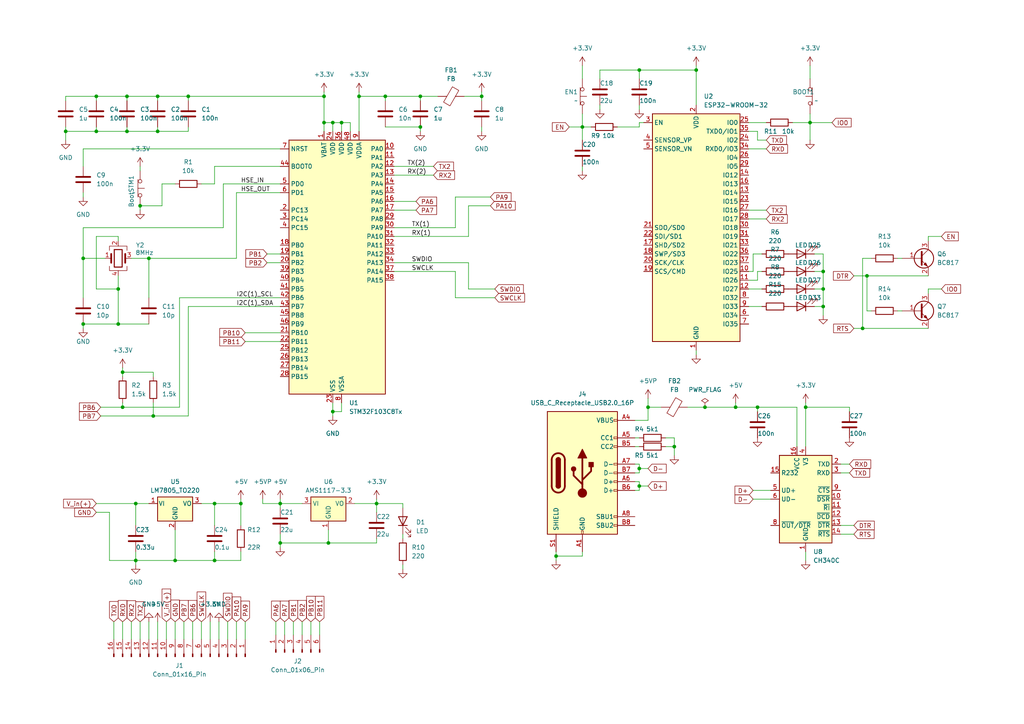
<source format=kicad_sch>
(kicad_sch (version 20230121) (generator eeschema)
  (paper "A4")
  (lib_symbols
    (symbol "Connector:Conn_01x06_Pin" (pin_names (offset 1.016) hide)
      (property "Reference" "J" (at 0 7.62 0))
      (property "Value" "Conn_01x06_Pin" (at 0 -10.16 0))
      (symbol "Conn_01x06_Pin_1_1"
        (pin passive line (at 5.08 5.08 180) (length 3.81) (name "Pin_1") (number "1"))
        (pin passive line (at 5.08 2.54 180) (length 3.81) (name "Pin_2") (number "2"))
        (pin passive line (at 5.08 0 180) (length 3.81) (name "Pin_3") (number "3"))
        (pin passive line (at 5.08 -2.54 180) (length 3.81) (name "Pin_4") (number "4"))
        (pin passive line (at 5.08 -5.08 180) (length 3.81) (name "Pin_5") (number "5"))
        (pin passive line (at 5.08 -7.62 180) (length 3.81) (name "Pin_6") (number "6"))
      )
    )
    (symbol "Connector:Conn_01x16_Pin" (pin_names (offset 1.016) hide)
      (property "Reference" "J" (at 0 20.32 0))
      (property "Value" "Conn_01x16_Pin" (at 0 -22.86 0))
      (symbol "Conn_01x16_Pin_1_1"
        (pin passive line (at 5.08 17.78 180) (length 3.81) (name "Pin_1") (number "1"))
        (pin passive line (at 5.08 -5.08 180) (length 3.81) (name "Pin_10") (number "10"))
        (pin passive line (at 5.08 -7.62 180) (length 3.81) (name "Pin_11") (number "11"))
        (pin passive line (at 5.08 -10.16 180) (length 3.81) (name "Pin_12") (number "12"))
        (pin passive line (at 5.08 -12.7 180) (length 3.81) (name "Pin_13") (number "13"))
        (pin passive line (at 5.08 -15.24 180) (length 3.81) (name "Pin_14") (number "14"))
        (pin passive line (at 5.08 -17.78 180) (length 3.81) (name "Pin_15") (number "15"))
        (pin passive line (at 5.08 -20.32 180) (length 3.81) (name "Pin_16") (number "16"))
        (pin passive line (at 5.08 15.24 180) (length 3.81) (name "Pin_2") (number "2"))
        (pin passive line (at 5.08 12.7 180) (length 3.81) (name "Pin_3") (number "3"))
        (pin passive line (at 5.08 10.16 180) (length 3.81) (name "Pin_4") (number "4"))
        (pin passive line (at 5.08 7.62 180) (length 3.81) (name "Pin_5") (number "5"))
        (pin passive line (at 5.08 5.08 180) (length 3.81) (name "Pin_6") (number "6"))
        (pin passive line (at 5.08 2.54 180) (length 3.81) (name "Pin_7") (number "7"))
        (pin passive line (at 5.08 0 180) (length 3.81) (name "Pin_8") (number "8"))
        (pin passive line (at 5.08 -2.54 180) (length 3.81) (name "Pin_9") (number "9"))
      )
    )
    (symbol "Connector:USB_C_Receptacle_USB2.0_16P" (pin_names (offset 1.016))
      (property "Reference" "J" (at 0 22.225 0))
      (property "Value" "USB_C_Receptacle_USB2.0_16P" (at 0 19.685 0))
      (symbol "USB_C_Receptacle_USB2.0_16P_1_1"
        (pin passive line (at 0 -22.86 90) (length 5.08) (name "GND") (number "A1"))
        (pin passive line (at 0 -22.86 90) (length 5.08) hide (name "GND") (number "A12"))
        (pin passive line (at 15.24 15.24 180) (length 5.08) (name "VBUS") (number "A4"))
        (pin bidirectional line (at 15.24 10.16 180) (length 5.08) (name "CC1") (number "A5"))
        (pin bidirectional line (at 15.24 -2.54 180) (length 5.08) (name "D+") (number "A6"))
        (pin bidirectional line (at 15.24 2.54 180) (length 5.08) (name "D-") (number "A7"))
        (pin bidirectional line (at 15.24 -12.7 180) (length 5.08) (name "SBU1") (number "A8"))
        (pin passive line (at 15.24 15.24 180) (length 5.08) hide (name "VBUS") (number "A9"))
        (pin passive line (at 0 -22.86 90) (length 5.08) hide (name "GND") (number "B1"))
        (pin passive line (at 0 -22.86 90) (length 5.08) hide (name "GND") (number "B12"))
        (pin passive line (at 15.24 15.24 180) (length 5.08) hide (name "VBUS") (number "B4"))
        (pin bidirectional line (at 15.24 7.62 180) (length 5.08) (name "CC2") (number "B5"))
        (pin bidirectional line (at 15.24 -5.08 180) (length 5.08) (name "D+") (number "B6"))
        (pin bidirectional line (at 15.24 0 180) (length 5.08) (name "D-") (number "B7"))
        (pin bidirectional line (at 15.24 -15.24 180) (length 5.08) (name "SBU2") (number "B8"))
        (pin passive line (at 15.24 15.24 180) (length 5.08) hide (name "VBUS") (number "B9"))
        (pin passive line (at -7.62 -22.86 90) (length 5.08) (name "SHIELD") (number "S1"))
      )
    )
    (symbol "Device:C" (pin_numbers hide) (pin_names (offset 0.254))
      (property "Reference" "C" (at 0.635 2.54 0))
      (property "Value" "C" (at 0.635 -2.54 0))
      (symbol "C_1_1"
        (pin passive line (at 0 3.81 270) (length 2.794) (name "~") (number "1"))
        (pin passive line (at 0 -3.81 90) (length 2.794) (name "~") (number "2"))
      )
    )
    (symbol "Device:Crystal_GND24" (pin_names (offset 1.016) hide)
      (property "Reference" "Y" (at 3.175 5.08 0))
      (property "Value" "Crystal_GND24" (at 3.175 3.175 0))
      (symbol "Crystal_GND24_1_1"
        (pin passive line (at -3.81 0 0) (length 1.27) (name "1") (number "1"))
        (pin passive line (at 0 5.08 270) (length 1.27) (name "2") (number "2"))
        (pin passive line (at 3.81 0 180) (length 1.27) (name "3") (number "3"))
        (pin passive line (at 0 -5.08 90) (length 1.27) (name "4") (number "4"))
      )
    )
    (symbol "Device:FerriteBead" (pin_numbers hide) (pin_names (offset 0))
      (property "Reference" "FB" (at -3.81 0.635 90))
      (property "Value" "FerriteBead" (at 3.81 0 90))
      (symbol "FerriteBead_1_1"
        (pin passive line (at 0 3.81 270) (length 2.54) (name "~") (number "1"))
        (pin passive line (at 0 -3.81 90) (length 2.54) (name "~") (number "2"))
      )
    )
    (symbol "Device:LED" (pin_numbers hide) (pin_names (offset 1.016) hide)
      (property "Reference" "D" (at 0 2.54 0))
      (property "Value" "LED" (at 0 -2.54 0))
      (symbol "LED_1_1"
        (pin passive line (at -3.81 0 0) (length 2.54) (name "K") (number "1"))
        (pin passive line (at 3.81 0 180) (length 2.54) (name "A") (number "2"))
      )
    )
    (symbol "Device:R" (pin_numbers hide) (pin_names (offset 0))
      (property "Reference" "R" (at 2.032 0 90))
      (property "Value" "R" (at 0 0 90))
      (symbol "R_1_1"
        (pin passive line (at 0 3.81 270) (length 1.27) (name "~") (number "1"))
        (pin passive line (at 0 -3.81 90) (length 1.27) (name "~") (number "2"))
      )
    )
    (symbol "Interface_USB:CH340C"
      (property "Reference" "U" (at -5.08 13.97 0))
      (property "Value" "CH340C" (at 1.27 13.97 0))
      (symbol "CH340C_1_1"
        (pin power_in line (at 0 -15.24 90) (length 2.54) (name "GND") (number "1"))
        (pin input line (at 10.16 0 180) (length 2.54) (name "~{DSR}") (number "10"))
        (pin input line (at 10.16 -2.54 180) (length 2.54) (name "~{RI}") (number "11"))
        (pin input line (at 10.16 -5.08 180) (length 2.54) (name "~{DCD}") (number "12"))
        (pin output line (at 10.16 -7.62 180) (length 2.54) (name "~{DTR}") (number "13"))
        (pin output line (at 10.16 -10.16 180) (length 2.54) (name "~{RTS}") (number "14"))
        (pin input line (at -10.16 7.62 0) (length 2.54) (name "R232") (number "15"))
        (pin power_in line (at -2.54 15.24 270) (length 2.54) (name "VCC") (number "16"))
        (pin output line (at 10.16 10.16 180) (length 2.54) (name "TXD") (number "2"))
        (pin input line (at 10.16 7.62 180) (length 2.54) (name "RXD") (number "3"))
        (pin power_out line (at 0 15.24 270) (length 2.54) (name "V3") (number "4"))
        (pin bidirectional line (at -10.16 2.54 0) (length 2.54) (name "UD+") (number "5"))
        (pin bidirectional line (at -10.16 0 0) (length 2.54) (name "UD-") (number "6"))
        (pin no_connect line (at -7.62 -5.08 0) (length 2.54) hide (name "NC") (number "7"))
        (pin output line (at -10.16 -7.62 0) (length 2.54) (name "~{OUT}/~{DTR}") (number "8"))
        (pin input line (at 10.16 2.54 180) (length 2.54) (name "~{CTS}") (number "9"))
      )
    )
    (symbol "MCU_ST_STM32F1:STM32F103C8Tx"
      (property "Reference" "U" (at -12.7 39.37 0))
      (property "Value" "STM32F103C8Tx" (at 10.16 39.37 0))
      (symbol "STM32F103C8Tx_1_1"
        (pin power_in line (at -2.54 40.64 270) (length 2.54) (name "VBAT") (number "1"))
        (pin bidirectional line (at 17.78 35.56 180) (length 2.54) (name "PA0") (number "10"))
        (pin bidirectional line (at 17.78 33.02 180) (length 2.54) (name "PA1") (number "11"))
        (pin bidirectional line (at 17.78 30.48 180) (length 2.54) (name "PA2") (number "12"))
        (pin bidirectional line (at 17.78 27.94 180) (length 2.54) (name "PA3") (number "13"))
        (pin bidirectional line (at 17.78 25.4 180) (length 2.54) (name "PA4") (number "14"))
        (pin bidirectional line (at 17.78 22.86 180) (length 2.54) (name "PA5") (number "15"))
        (pin bidirectional line (at 17.78 20.32 180) (length 2.54) (name "PA6") (number "16"))
        (pin bidirectional line (at 17.78 17.78 180) (length 2.54) (name "PA7") (number "17"))
        (pin bidirectional line (at -15.24 7.62 0) (length 2.54) (name "PB0") (number "18"))
        (pin bidirectional line (at -15.24 5.08 0) (length 2.54) (name "PB1") (number "19"))
        (pin bidirectional line (at -15.24 17.78 0) (length 2.54) (name "PC13") (number "2"))
        (pin bidirectional line (at -15.24 2.54 0) (length 2.54) (name "PB2") (number "20"))
        (pin bidirectional line (at -15.24 -17.78 0) (length 2.54) (name "PB10") (number "21"))
        (pin bidirectional line (at -15.24 -20.32 0) (length 2.54) (name "PB11") (number "22"))
        (pin power_in line (at 0 -38.1 90) (length 2.54) (name "VSS") (number "23"))
        (pin power_in line (at 0 40.64 270) (length 2.54) (name "VDD") (number "24"))
        (pin bidirectional line (at -15.24 -22.86 0) (length 2.54) (name "PB12") (number "25"))
        (pin bidirectional line (at -15.24 -25.4 0) (length 2.54) (name "PB13") (number "26"))
        (pin bidirectional line (at -15.24 -27.94 0) (length 2.54) (name "PB14") (number "27"))
        (pin bidirectional line (at -15.24 -30.48 0) (length 2.54) (name "PB15") (number "28"))
        (pin bidirectional line (at 17.78 15.24 180) (length 2.54) (name "PA8") (number "29"))
        (pin bidirectional line (at -15.24 15.24 0) (length 2.54) (name "PC14") (number "3"))
        (pin bidirectional line (at 17.78 12.7 180) (length 2.54) (name "PA9") (number "30"))
        (pin bidirectional line (at 17.78 10.16 180) (length 2.54) (name "PA10") (number "31"))
        (pin bidirectional line (at 17.78 7.62 180) (length 2.54) (name "PA11") (number "32"))
        (pin bidirectional line (at 17.78 5.08 180) (length 2.54) (name "PA12") (number "33"))
        (pin bidirectional line (at 17.78 2.54 180) (length 2.54) (name "PA13") (number "34"))
        (pin passive line (at 0 -38.1 90) (length 2.54) hide (name "VSS") (number "35"))
        (pin power_in line (at 2.54 40.64 270) (length 2.54) (name "VDD") (number "36"))
        (pin bidirectional line (at 17.78 0 180) (length 2.54) (name "PA14") (number "37"))
        (pin bidirectional line (at 17.78 -2.54 180) (length 2.54) (name "PA15") (number "38"))
        (pin bidirectional line (at -15.24 0 0) (length 2.54) (name "PB3") (number "39"))
        (pin bidirectional line (at -15.24 12.7 0) (length 2.54) (name "PC15") (number "4"))
        (pin bidirectional line (at -15.24 -2.54 0) (length 2.54) (name "PB4") (number "40"))
        (pin bidirectional line (at -15.24 -5.08 0) (length 2.54) (name "PB5") (number "41"))
        (pin bidirectional line (at -15.24 -7.62 0) (length 2.54) (name "PB6") (number "42"))
        (pin bidirectional line (at -15.24 -10.16 0) (length 2.54) (name "PB7") (number "43"))
        (pin input line (at -15.24 30.48 0) (length 2.54) (name "BOOT0") (number "44"))
        (pin bidirectional line (at -15.24 -12.7 0) (length 2.54) (name "PB8") (number "45"))
        (pin bidirectional line (at -15.24 -15.24 0) (length 2.54) (name "PB9") (number "46"))
        (pin passive line (at 0 -38.1 90) (length 2.54) hide (name "VSS") (number "47"))
        (pin power_in line (at 5.08 40.64 270) (length 2.54) (name "VDD") (number "48"))
        (pin bidirectional line (at -15.24 25.4 0) (length 2.54) (name "PD0") (number "5"))
        (pin bidirectional line (at -15.24 22.86 0) (length 2.54) (name "PD1") (number "6"))
        (pin input line (at -15.24 35.56 0) (length 2.54) (name "NRST") (number "7"))
        (pin power_in line (at 2.54 -38.1 90) (length 2.54) (name "VSSA") (number "8"))
        (pin power_in line (at 7.62 40.64 270) (length 2.54) (name "VDDA") (number "9"))
      )
    )
    (symbol "RF_Module:ESP32-WROOM-32"
      (property "Reference" "U" (at -12.7 34.29 0))
      (property "Value" "ESP32-WROOM-32" (at 1.27 34.29 0))
      (symbol "ESP32-WROOM-32_1_1"
        (pin power_in line (at 0 -35.56 90) (length 2.54) (name "GND") (number "1"))
        (pin bidirectional line (at 15.24 -12.7 180) (length 2.54) (name "IO25") (number "10"))
        (pin bidirectional line (at 15.24 -15.24 180) (length 2.54) (name "IO26") (number "11"))
        (pin bidirectional line (at 15.24 -17.78 180) (length 2.54) (name "IO27") (number "12"))
        (pin bidirectional line (at 15.24 10.16 180) (length 2.54) (name "IO14") (number "13"))
        (pin bidirectional line (at 15.24 15.24 180) (length 2.54) (name "IO12") (number "14"))
        (pin passive line (at 0 -35.56 90) (length 2.54) hide (name "GND") (number "15"))
        (pin bidirectional line (at 15.24 12.7 180) (length 2.54) (name "IO13") (number "16"))
        (pin bidirectional line (at -15.24 -5.08 0) (length 2.54) (name "SHD/SD2") (number "17"))
        (pin bidirectional line (at -15.24 -7.62 0) (length 2.54) (name "SWP/SD3") (number "18"))
        (pin bidirectional line (at -15.24 -12.7 0) (length 2.54) (name "SCS/CMD") (number "19"))
        (pin power_in line (at 0 35.56 270) (length 2.54) (name "VDD") (number "2"))
        (pin bidirectional line (at -15.24 -10.16 0) (length 2.54) (name "SCK/CLK") (number "20"))
        (pin bidirectional line (at -15.24 0 0) (length 2.54) (name "SDO/SD0") (number "21"))
        (pin bidirectional line (at -15.24 -2.54 0) (length 2.54) (name "SDI/SD1") (number "22"))
        (pin bidirectional line (at 15.24 7.62 180) (length 2.54) (name "IO15") (number "23"))
        (pin bidirectional line (at 15.24 25.4 180) (length 2.54) (name "IO2") (number "24"))
        (pin bidirectional line (at 15.24 30.48 180) (length 2.54) (name "IO0") (number "25"))
        (pin bidirectional line (at 15.24 20.32 180) (length 2.54) (name "IO4") (number "26"))
        (pin bidirectional line (at 15.24 5.08 180) (length 2.54) (name "IO16") (number "27"))
        (pin bidirectional line (at 15.24 2.54 180) (length 2.54) (name "IO17") (number "28"))
        (pin bidirectional line (at 15.24 17.78 180) (length 2.54) (name "IO5") (number "29"))
        (pin input line (at -15.24 30.48 0) (length 2.54) (name "EN") (number "3"))
        (pin bidirectional line (at 15.24 0 180) (length 2.54) (name "IO18") (number "30"))
        (pin bidirectional line (at 15.24 -2.54 180) (length 2.54) (name "IO19") (number "31"))
        (pin no_connect line (at -12.7 -27.94 0) (length 2.54) hide (name "NC") (number "32"))
        (pin bidirectional line (at 15.24 -5.08 180) (length 2.54) (name "IO21") (number "33"))
        (pin bidirectional line (at 15.24 22.86 180) (length 2.54) (name "RXD0/IO3") (number "34"))
        (pin bidirectional line (at 15.24 27.94 180) (length 2.54) (name "TXD0/IO1") (number "35"))
        (pin bidirectional line (at 15.24 -7.62 180) (length 2.54) (name "IO22") (number "36"))
        (pin bidirectional line (at 15.24 -10.16 180) (length 2.54) (name "IO23") (number "37"))
        (pin passive line (at 0 -35.56 90) (length 2.54) hide (name "GND") (number "38"))
        (pin passive line (at 0 -35.56 90) (length 2.54) hide (name "GND") (number "39"))
        (pin input line (at -15.24 25.4 0) (length 2.54) (name "SENSOR_VP") (number "4"))
        (pin input line (at -15.24 22.86 0) (length 2.54) (name "SENSOR_VN") (number "5"))
        (pin input line (at 15.24 -25.4 180) (length 2.54) (name "IO34") (number "6"))
        (pin input line (at 15.24 -27.94 180) (length 2.54) (name "IO35") (number "7"))
        (pin bidirectional line (at 15.24 -20.32 180) (length 2.54) (name "IO32") (number "8"))
        (pin bidirectional line (at 15.24 -22.86 180) (length 2.54) (name "IO33") (number "9"))
      )
    )
    (symbol "Regulator_Linear:AMS1117-3.3"
      (property "Reference" "U" (at -3.81 3.175 0))
      (property "Value" "AMS1117-3.3" (at 0 3.175 0))
      (symbol "AMS1117-3.3_1_1"
        (pin power_in line (at 0 -7.62 90) (length 2.54) (name "GND") (number "1"))
        (pin power_out line (at 7.62 0 180) (length 2.54) (name "VO") (number "2"))
        (pin power_in line (at -7.62 0 0) (length 2.54) (name "VI") (number "3"))
      )
    )
    (symbol "Regulator_Linear:LM7805_TO220" (pin_names (offset 0.254))
      (property "Reference" "U" (at -3.81 3.175 0))
      (property "Value" "LM7805_TO220" (at 0 3.175 0))
      (symbol "LM7805_TO220_1_1"
        (pin power_in line (at -7.62 0 0) (length 2.54) (name "VI") (number "1"))
        (pin power_in line (at 0 -7.62 90) (length 2.54) (name "GND") (number "2"))
        (pin power_out line (at 7.62 0 180) (length 2.54) (name "VO") (number "3"))
      )
    )
    (symbol "Switch:SW_Push_Open" (pin_numbers hide) (pin_names (offset 1.016) hide)
      (property "Reference" "SW" (at 0 2.54 0))
      (property "Value" "SW_Push_Open" (at 0 -1.905 0))
      (symbol "SW_Push_Open_0_1"
        (pin passive line (at -5.08 0 0) (length 2.54) (name "A") (number "1"))
      )
      (symbol "SW_Push_Open_1_1"
        (pin passive line (at 5.08 0 180) (length 2.54) (name "B") (number "2"))
      )
    )
    (symbol "Transistor_BJT:BC817" (pin_names (offset 0) hide)
      (property "Reference" "Q" (at 5.08 1.905 0))
      (property "Value" "BC817" (at 5.08 0 0))
      (symbol "BC817_1_1"
        (pin input line (at -5.08 0 0) (length 5.715) (name "B") (number "1"))
        (pin passive line (at 2.54 -5.08 90) (length 2.54) (name "E") (number "2"))
        (pin passive line (at 2.54 5.08 270) (length 2.54) (name "C") (number "3"))
      )
    )
    (symbol "power:+3.3V" (power) (pin_names (offset 0))
      (property "Value" "+3.3V" (at 0 3.556 0))
      (symbol "+3.3V_1_1"
        (pin power_in line (at 0 0 90) (length 0) hide (name "+3.3V") (number "1"))
      )
    )
    (symbol "power:+5V" (power) (pin_names (offset 0))
      (property "Value" "+5V" (at 0 3.556 0))
      (symbol "+5V_1_1"
        (pin power_in line (at 0 0 90) (length 0) hide (name "+5V") (number "1"))
      )
    )
    (symbol "power:+5VP" (power) (pin_names (offset 0))
      (property "Value" "+5VP" (at 0 3.556 0))
      (symbol "+5VP_1_1"
        (pin power_in line (at 0 0 90) (length 0) hide (name "+5VP") (number "1"))
      )
    )
    (symbol "power:GND" (power) (pin_names (offset 0))
      (property "Value" "GND" (at 0 -3.81 0))
      (symbol "GND_1_1"
        (pin power_in line (at 0 0 270) (length 0) hide (name "GND") (number "1"))
      )
    )
    (symbol "power:PWR_FLAG" (power) (pin_numbers hide) (pin_names (offset 0) hide)
      (property "Value" "PWR_FLAG" (at 0 3.81 0))
      (symbol "PWR_FLAG_0_0"
        (pin power_out line (at 0 0 90) (length 0) (name "pwr") (number "1"))
      )
    )
  )
  (junction (at 39.37 146.05))
  (junction (at 96.52 119.38))
  (junction (at 93.98 35.56))
  (junction (at 81.28 157.48))
  (junction (at 238.76 78.74))
  (junction (at 62.23 146.05))
  (junction (at 36.83 38.1))
  (junction (at 35.56 118.11))
  (junction (at 34.29 93.98))
  (junction (at 168.91 36.83))
  (junction (at 251.46 80.01))
  (junction (at 139.7 27.94))
  (junction (at 121.92 27.94))
  (junction (at 187.96 118.11))
  (junction (at 24.13 74.93))
  (junction (at 185.42 140.97))
  (junction (at 45.72 27.94))
  (junction (at 44.45 120.65))
  (junction (at 34.29 83.82))
  (junction (at 43.18 74.93))
  (junction (at 213.36 118.11))
  (junction (at 54.61 27.94))
  (junction (at 19.05 38.1))
  (junction (at 27.94 38.1))
  (junction (at 36.83 27.94))
  (junction (at 195.58 129.54))
  (junction (at 50.8 162.56))
  (junction (at 238.76 88.9))
  (junction (at 40.64 59.69))
  (junction (at 99.06 35.56))
  (junction (at 219.71 118.11))
  (junction (at 104.14 27.94))
  (junction (at 96.52 35.56))
  (junction (at 250.19 95.25))
  (junction (at 111.76 27.94))
  (junction (at 93.98 27.94))
  (junction (at 45.72 38.1))
  (junction (at 95.25 157.48))
  (junction (at 204.47 118.11))
  (junction (at 81.28 146.05))
  (junction (at 69.85 146.05))
  (junction (at 201.93 20.32))
  (junction (at 185.42 135.89))
  (junction (at 109.22 146.05))
  (junction (at 121.92 36.83))
  (junction (at 233.68 118.11))
  (junction (at 62.23 162.56))
  (junction (at 234.95 35.56))
  (junction (at 238.76 83.82))
  (junction (at 185.42 20.32))
  (junction (at 24.13 93.98))
  (junction (at 35.56 107.95))
  (junction (at 27.94 27.94))
  (junction (at 161.29 161.29))
  (junction (at 39.37 162.56))
  (wire (pts (xy 71.12 99.06) (xy 81.28 99.06)))
  (wire (pts (xy 201.93 19.05) (xy 201.93 20.32)))
  (wire (pts (xy 243.84 134.62) (xy 246.38 134.62)))
  (wire (pts (xy 233.68 160.02) (xy 233.68 162.56)))
  (wire (pts (xy 92.71 180.34) (xy 92.71 184.15)))
  (wire (pts (xy 68.58 55.88) (xy 81.28 55.88)))
  (wire (pts (xy 71.12 180.34) (xy 71.12 185.42)))
  (wire (pts (xy 85.09 180.34) (xy 85.09 184.15)))
  (wire (pts (xy 135.89 59.69) (xy 142.24 59.69)))
  (wire (pts (xy 135.89 68.58) (xy 114.3 68.58)))
  (wire (pts (xy 217.17 38.1) (xy 219.71 38.1)))
  (wire (pts (xy 252.73 74.93) (xy 250.19 74.93)))
  (wire (pts (xy 184.15 139.7) (xy 185.42 139.7)))
  (wire (pts (xy 204.47 118.11) (xy 213.36 118.11)))
  (wire (pts (xy 101.6 35.56) (xy 99.06 35.56)))
  (wire (pts (xy 168.91 19.05) (xy 168.91 22.86)))
  (wire (pts (xy 185.42 35.56) (xy 186.69 35.56)))
  (wire (pts (xy 93.98 27.94) (xy 93.98 35.56)))
  (wire (pts (xy 99.06 119.38) (xy 96.52 119.38)))
  (wire (pts (xy 39.37 162.56) (xy 50.8 162.56)))
  (wire (pts (xy 143.51 86.36) (xy 132.08 86.36)))
  (wire (pts (xy 219.71 81.28) (xy 217.17 81.28)))
  (wire (pts (xy 269.24 69.85) (xy 269.24 68.58)))
  (wire (pts (xy 229.87 35.56) (xy 234.95 35.56)))
  (wire (pts (xy 218.44 142.24) (xy 223.52 142.24)))
  (wire (pts (xy 27.94 148.59) (xy 31.75 148.59)))
  (wire (pts (xy 45.72 38.1) (xy 36.83 38.1)))
  (wire (pts (xy 45.72 27.94) (xy 54.61 27.94)))
  (wire (pts (xy 111.76 27.94) (xy 121.92 27.94)))
  (wire (pts (xy 217.17 35.56) (xy 222.25 35.56)))
  (wire (pts (xy 195.58 127) (xy 195.58 129.54)))
  (wire (pts (xy 217.17 63.5) (xy 222.25 63.5)))
  (wire (pts (xy 193.04 129.54) (xy 195.58 129.54)))
  (wire (pts (xy 95.25 157.48) (xy 109.22 157.48)))
  (wire (pts (xy 161.29 160.02) (xy 161.29 161.29)))
  (wire (pts (xy 217.17 43.18) (xy 222.25 43.18)))
  (wire (pts (xy 69.85 144.78) (xy 69.85 146.05)))
  (wire (pts (xy 222.25 40.64) (xy 219.71 40.64)))
  (wire (pts (xy 62.23 162.56) (xy 69.85 162.56)))
  (wire (pts (xy 185.42 35.56) (xy 185.42 36.83)))
  (wire (pts (xy 219.71 119.38) (xy 219.71 118.11)))
  (wire (pts (xy 247.65 95.25) (xy 250.19 95.25)))
  (wire (pts (xy 40.64 59.69) (xy 46.99 59.69)))
  (wire (pts (xy 199.39 118.11) (xy 204.47 118.11)))
  (wire (pts (xy 165.1 36.83) (xy 168.91 36.83)))
  (wire (pts (xy 27.94 83.82) (xy 34.29 83.82)))
  (wire (pts (xy 114.3 60.96) (xy 120.65 60.96)))
  (wire (pts (xy 99.06 38.1) (xy 99.06 35.56)))
  (wire (pts (xy 35.56 180.34) (xy 35.56 185.42)))
  (wire (pts (xy 187.96 115.57) (xy 187.96 118.11)))
  (wire (pts (xy 53.34 180.34) (xy 53.34 185.42)))
  (wire (pts (xy 43.18 74.93) (xy 68.58 74.93)))
  (wire (pts (xy 46.99 53.34) (xy 50.8 53.34)))
  (wire (pts (xy 114.3 50.8) (xy 125.73 50.8)))
  (wire (pts (xy 24.13 93.98) (xy 24.13 95.25)))
  (wire (pts (xy 246.38 118.11) (xy 246.38 119.38)))
  (wire (pts (xy 116.84 154.94) (xy 116.84 156.21)))
  (wire (pts (xy 187.96 121.92) (xy 184.15 121.92)))
  (wire (pts (xy 43.18 180.34) (xy 43.18 185.42)))
  (wire (pts (xy 27.94 36.83) (xy 27.94 38.1)))
  (wire (pts (xy 50.8 162.56) (xy 62.23 162.56)))
  (wire (pts (xy 168.91 48.26) (xy 168.91 49.53)))
  (wire (pts (xy 71.12 96.52) (xy 81.28 96.52)))
  (wire (pts (xy 36.83 27.94) (xy 45.72 27.94)))
  (wire (pts (xy 219.71 40.64) (xy 219.71 38.1)))
  (wire (pts (xy 132.08 86.36) (xy 132.08 78.74)))
  (wire (pts (xy 184.15 127) (xy 185.42 127)))
  (wire (pts (xy 234.95 35.56) (xy 241.3 35.56)))
  (wire (pts (xy 58.42 146.05) (xy 62.23 146.05)))
  (wire (pts (xy 187.96 140.97) (xy 185.42 140.97)))
  (wire (pts (xy 27.94 68.58) (xy 27.94 83.82)))
  (wire (pts (xy 173.99 31.75) (xy 173.99 30.48)))
  (wire (pts (xy 81.28 157.48) (xy 81.28 158.75)))
  (wire (pts (xy 218.44 73.66) (xy 220.98 73.66)))
  (wire (pts (xy 36.83 36.83) (xy 36.83 38.1)))
  (wire (pts (xy 68.58 74.93) (xy 68.58 55.88)))
  (wire (pts (xy 250.19 74.93) (xy 250.19 95.25)))
  (wire (pts (xy 114.3 58.42) (xy 120.65 58.42)))
  (wire (pts (xy 238.76 83.82) (xy 238.76 88.9)))
  (wire (pts (xy 233.68 129.54) (xy 233.68 118.11)))
  (wire (pts (xy 134.62 27.94) (xy 139.7 27.94)))
  (wire (pts (xy 27.94 38.1) (xy 19.05 38.1)))
  (wire (pts (xy 173.99 20.32) (xy 185.42 20.32)))
  (wire (pts (xy 168.91 161.29) (xy 161.29 161.29)))
  (wire (pts (xy 234.95 19.05) (xy 234.95 22.86)))
  (wire (pts (xy 269.24 80.01) (xy 251.46 80.01)))
  (wire (pts (xy 201.93 20.32) (xy 201.93 30.48)))
  (wire (pts (xy 185.42 30.48) (xy 185.42 31.75)))
  (wire (pts (xy 68.58 180.34) (xy 68.58 185.42)))
  (wire (pts (xy 111.76 27.94) (xy 104.14 27.94)))
  (wire (pts (xy 45.72 36.83) (xy 45.72 38.1)))
  (wire (pts (xy 27.94 146.05) (xy 39.37 146.05)))
  (wire (pts (xy 217.17 78.74) (xy 218.44 78.74)))
  (wire (pts (xy 62.23 146.05) (xy 62.23 152.4)))
  (wire (pts (xy 27.94 27.94) (xy 36.83 27.94)))
  (wire (pts (xy 247.65 80.01) (xy 251.46 80.01)))
  (wire (pts (xy 54.61 27.94) (xy 54.61 29.21)))
  (wire (pts (xy 168.91 36.83) (xy 168.91 40.64)))
  (wire (pts (xy 184.15 129.54) (xy 185.42 129.54)))
  (wire (pts (xy 243.84 152.4) (xy 247.65 152.4)))
  (wire (pts (xy 135.89 83.82) (xy 135.89 76.2)))
  (wire (pts (xy 218.44 78.74) (xy 218.44 73.66)))
  (wire (pts (xy 43.18 74.93) (xy 43.18 86.36)))
  (wire (pts (xy 19.05 38.1) (xy 19.05 40.64)))
  (wire (pts (xy 236.22 88.9) (xy 238.76 88.9)))
  (wire (pts (xy 111.76 36.83) (xy 121.92 36.83)))
  (wire (pts (xy 96.52 38.1) (xy 96.52 35.56)))
  (wire (pts (xy 36.83 38.1) (xy 27.94 38.1)))
  (wire (pts (xy 114.3 66.04) (xy 132.08 66.04)))
  (wire (pts (xy 52.07 118.11) (xy 52.07 86.36)))
  (wire (pts (xy 40.64 48.26) (xy 40.64 49.53)))
  (wire (pts (xy 45.72 27.94) (xy 45.72 29.21)))
  (wire (pts (xy 187.96 118.11) (xy 191.77 118.11)))
  (wire (pts (xy 24.13 93.98) (xy 34.29 93.98)))
  (wire (pts (xy 104.14 27.94) (xy 104.14 38.1)))
  (wire (pts (xy 81.28 144.78) (xy 81.28 146.05)))
  (wire (pts (xy 185.42 36.83) (xy 179.07 36.83)))
  (wire (pts (xy 99.06 116.84) (xy 99.06 119.38)))
  (wire (pts (xy 99.06 35.56) (xy 96.52 35.56)))
  (wire (pts (xy 185.42 20.32) (xy 185.42 22.86)))
  (wire (pts (xy 19.05 27.94) (xy 27.94 27.94)))
  (wire (pts (xy 24.13 66.04) (xy 64.77 66.04)))
  (wire (pts (xy 40.64 180.34) (xy 40.64 185.42)))
  (wire (pts (xy 63.5 180.34) (xy 63.5 185.42)))
  (wire (pts (xy 93.98 35.56) (xy 93.98 38.1)))
  (wire (pts (xy 101.6 38.1) (xy 101.6 35.56)))
  (wire (pts (xy 40.64 60.96) (xy 40.64 59.69)))
  (wire (pts (xy 236.22 78.74) (xy 238.76 78.74)))
  (wire (pts (xy 44.45 109.22) (xy 44.45 107.95)))
  (wire (pts (xy 185.42 137.16) (xy 184.15 137.16)))
  (wire (pts (xy 185.42 139.7) (xy 185.42 140.97)))
  (wire (pts (xy 69.85 152.4) (xy 69.85 146.05)))
  (wire (pts (xy 39.37 146.05) (xy 43.18 146.05)))
  (wire (pts (xy 121.92 27.94) (xy 127 27.94)))
  (wire (pts (xy 38.1 180.34) (xy 38.1 185.42)))
  (wire (pts (xy 217.17 83.82) (xy 220.98 83.82)))
  (wire (pts (xy 243.84 154.94) (xy 247.65 154.94)))
  (wire (pts (xy 185.42 140.97) (xy 185.42 142.24)))
  (wire (pts (xy 114.3 48.26) (xy 125.73 48.26)))
  (wire (pts (xy 218.44 144.78) (xy 223.52 144.78)))
  (wire (pts (xy 31.75 162.56) (xy 39.37 162.56)))
  (wire (pts (xy 135.89 59.69) (xy 135.89 68.58)))
  (wire (pts (xy 121.92 36.83) (xy 121.92 38.1)))
  (wire (pts (xy 39.37 162.56) (xy 39.37 163.83)))
  (wire (pts (xy 185.42 135.89) (xy 185.42 137.16)))
  (wire (pts (xy 24.13 43.18) (xy 24.13 48.26)))
  (wire (pts (xy 64.77 53.34) (xy 64.77 66.04)))
  (wire (pts (xy 201.93 101.6) (xy 201.93 102.87)))
  (wire (pts (xy 62.23 146.05) (xy 69.85 146.05)))
  (wire (pts (xy 220.98 78.74) (xy 219.71 78.74)))
  (wire (pts (xy 60.96 180.34) (xy 60.96 185.42)))
  (wire (pts (xy 236.22 83.82) (xy 238.76 83.82)))
  (wire (pts (xy 46.99 53.34) (xy 46.99 59.69)))
  (wire (pts (xy 238.76 88.9) (xy 238.76 91.44)))
  (wire (pts (xy 109.22 157.48) (xy 109.22 156.21)))
  (wire (pts (xy 251.46 80.01) (xy 251.46 90.17)))
  (wire (pts (xy 269.24 68.58) (xy 273.05 68.58)))
  (wire (pts (xy 231.14 129.54) (xy 231.14 118.11)))
  (wire (pts (xy 238.76 73.66) (xy 238.76 78.74)))
  (wire (pts (xy 81.28 157.48) (xy 81.28 154.94)))
  (wire (pts (xy 34.29 83.82) (xy 34.29 93.98)))
  (wire (pts (xy 269.24 83.82) (xy 273.05 83.82)))
  (wire (pts (xy 27.94 27.94) (xy 27.94 29.21)))
  (wire (pts (xy 62.23 48.26) (xy 81.28 48.26)))
  (wire (pts (xy 185.42 134.62) (xy 185.42 135.89)))
  (wire (pts (xy 19.05 29.21) (xy 19.05 27.94)))
  (wire (pts (xy 34.29 68.58) (xy 34.29 69.85)))
  (wire (pts (xy 81.28 146.05) (xy 87.63 146.05)))
  (wire (pts (xy 132.08 66.04) (xy 132.08 57.15)))
  (wire (pts (xy 62.23 160.02) (xy 62.23 162.56)))
  (wire (pts (xy 30.48 74.93) (xy 24.13 74.93)))
  (wire (pts (xy 35.56 118.11) (xy 52.07 118.11)))
  (wire (pts (xy 139.7 26.67) (xy 139.7 27.94)))
  (wire (pts (xy 111.76 27.94) (xy 111.76 29.21)))
  (wire (pts (xy 54.61 38.1) (xy 45.72 38.1)))
  (wire (pts (xy 81.28 157.48) (xy 95.25 157.48)))
  (wire (pts (xy 33.02 180.34) (xy 33.02 185.42)))
  (wire (pts (xy 132.08 57.15) (xy 142.24 57.15)))
  (wire (pts (xy 143.51 83.82) (xy 135.89 83.82)))
  (wire (pts (xy 96.52 35.56) (xy 93.98 35.56)))
  (wire (pts (xy 109.22 144.78) (xy 109.22 146.05)))
  (wire (pts (xy 39.37 146.05) (xy 39.37 152.4)))
  (wire (pts (xy 34.29 68.58) (xy 27.94 68.58)))
  (wire (pts (xy 250.19 95.25) (xy 269.24 95.25)))
  (wire (pts (xy 24.13 43.18) (xy 81.28 43.18)))
  (wire (pts (xy 185.42 142.24) (xy 184.15 142.24)))
  (wire (pts (xy 168.91 33.02) (xy 168.91 36.83)))
  (wire (pts (xy 76.2 146.05) (xy 76.2 144.78)))
  (wire (pts (xy 55.88 180.34) (xy 55.88 185.42)))
  (wire (pts (xy 213.36 116.84) (xy 213.36 118.11)))
  (wire (pts (xy 217.17 60.96) (xy 222.25 60.96)))
  (wire (pts (xy 114.3 76.2) (xy 135.89 76.2)))
  (wire (pts (xy 116.84 163.83) (xy 116.84 165.1)))
  (wire (pts (xy 161.29 161.29) (xy 161.29 162.56)))
  (wire (pts (xy 233.68 116.84) (xy 233.68 118.11)))
  (wire (pts (xy 233.68 118.11) (xy 246.38 118.11)))
  (wire (pts (xy 29.21 120.65) (xy 44.45 120.65)))
  (wire (pts (xy 81.28 146.05) (xy 76.2 146.05)))
  (wire (pts (xy 29.21 118.11) (xy 35.56 118.11)))
  (wire (pts (xy 168.91 160.02) (xy 168.91 161.29)))
  (wire (pts (xy 48.26 180.34) (xy 48.26 185.42)))
  (wire (pts (xy 54.61 27.94) (xy 93.98 27.94)))
  (wire (pts (xy 82.55 180.34) (xy 82.55 184.15)))
  (wire (pts (xy 121.92 27.94) (xy 121.92 29.21)))
  (wire (pts (xy 90.17 180.34) (xy 90.17 184.15)))
  (wire (pts (xy 62.23 48.26) (xy 62.23 53.34)))
  (wire (pts (xy 31.75 148.59) (xy 31.75 162.56)))
  (wire (pts (xy 96.52 116.84) (xy 96.52 119.38)))
  (wire (pts (xy 213.36 118.11) (xy 219.71 118.11)))
  (wire (pts (xy 54.61 88.9) (xy 81.28 88.9)))
  (wire (pts (xy 38.1 74.93) (xy 43.18 74.93)))
  (wire (pts (xy 24.13 74.93) (xy 24.13 66.04)))
  (wire (pts (xy 34.29 80.01) (xy 34.29 83.82)))
  (wire (pts (xy 34.29 93.98) (xy 43.18 93.98)))
  (wire (pts (xy 238.76 78.74) (xy 238.76 83.82)))
  (wire (pts (xy 95.25 153.67) (xy 95.25 157.48)))
  (wire (pts (xy 77.47 76.2) (xy 81.28 76.2)))
  (wire (pts (xy 219.71 118.11) (xy 231.14 118.11)))
  (wire (pts (xy 35.56 116.84) (xy 35.56 118.11)))
  (wire (pts (xy 269.24 83.82) (xy 269.24 85.09)))
  (wire (pts (xy 77.47 73.66) (xy 81.28 73.66)))
  (wire (pts (xy 185.42 20.32) (xy 201.93 20.32)))
  (wire (pts (xy 195.58 129.54) (xy 195.58 132.08)))
  (wire (pts (xy 44.45 116.84) (xy 44.45 120.65)))
  (wire (pts (xy 260.35 90.17) (xy 261.62 90.17)))
  (wire (pts (xy 50.8 180.34) (xy 50.8 185.42)))
  (wire (pts (xy 80.01 180.34) (xy 80.01 184.15)))
  (wire (pts (xy 19.05 38.1) (xy 19.05 36.83)))
  (wire (pts (xy 184.15 134.62) (xy 185.42 134.62)))
  (wire (pts (xy 236.22 73.66) (xy 238.76 73.66)))
  (wire (pts (xy 50.8 153.67) (xy 50.8 162.56)))
  (wire (pts (xy 58.42 180.34) (xy 58.42 185.42)))
  (wire (pts (xy 234.95 35.56) (xy 234.95 40.64)))
  (wire (pts (xy 193.04 127) (xy 195.58 127)))
  (wire (pts (xy 81.28 146.05) (xy 81.28 147.32)))
  (wire (pts (xy 260.35 74.93) (xy 261.62 74.93)))
  (wire (pts (xy 62.23 53.34) (xy 58.42 53.34)))
  (wire (pts (xy 102.87 146.05) (xy 109.22 146.05)))
  (wire (pts (xy 114.3 78.74) (xy 132.08 78.74)))
  (wire (pts (xy 96.52 119.38) (xy 96.52 120.65)))
  (wire (pts (xy 24.13 74.93) (xy 24.13 86.36)))
  (wire (pts (xy 35.56 107.95) (xy 35.56 109.22)))
  (wire (pts (xy 104.14 26.67) (xy 104.14 27.94)))
  (wire (pts (xy 116.84 147.32) (xy 116.84 146.05)))
  (wire (pts (xy 44.45 107.95) (xy 35.56 107.95)))
  (wire (pts (xy 185.42 135.89) (xy 187.96 135.89)))
  (wire (pts (xy 87.63 180.34) (xy 87.63 184.15)))
  (wire (pts (xy 139.7 29.21) (xy 139.7 27.94)))
  (wire (pts (xy 168.91 36.83) (xy 171.45 36.83)))
  (wire (pts (xy 54.61 120.65) (xy 54.61 88.9)))
  (wire (pts (xy 252.73 90.17) (xy 251.46 90.17)))
  (wire (pts (xy 44.45 120.65) (xy 54.61 120.65)))
  (wire (pts (xy 187.96 118.11) (xy 187.96 121.92)))
  (wire (pts (xy 116.84 146.05) (xy 109.22 146.05)))
  (wire (pts (xy 217.17 88.9) (xy 220.98 88.9)))
  (wire (pts (xy 93.98 26.67) (xy 93.98 27.94)))
  (wire (pts (xy 64.77 53.34) (xy 81.28 53.34)))
  (wire (pts (xy 234.95 33.02) (xy 234.95 35.56)))
  (wire (pts (xy 243.84 137.16) (xy 246.38 137.16)))
  (wire (pts (xy 52.07 86.36) (xy 81.28 86.36)))
  (wire (pts (xy 66.04 180.34) (xy 66.04 185.42)))
  (wire (pts (xy 39.37 160.02) (xy 39.37 162.56)))
  (wire (pts (xy 45.72 180.34) (xy 45.72 185.42)))
  (wire (pts (xy 35.56 106.68) (xy 35.56 107.95)))
  (wire (pts (xy 109.22 146.05) (xy 109.22 148.59)))
  (wire (pts (xy 54.61 36.83) (xy 54.61 38.1)))
  (wire (pts (xy 173.99 20.32) (xy 173.99 22.86)))
  (wire (pts (xy 139.7 36.83) (xy 139.7 38.1)))
  (wire (pts (xy 36.83 27.94) (xy 36.83 29.21)))
  (wire (pts (xy 69.85 160.02) (xy 69.85 162.56)))
  (wire (pts (xy 24.13 57.15) (xy 24.13 55.88)))
  (wire (pts (xy 219.71 78.74) (xy 219.71 81.28)))
  (label "RX(2)" (at 118.11 50.8 0))
  (label "I2C(1)_SCL" (at 68.58 86.36 0))
  (label "RX(1)" (at 119.38 68.58 0))
  (label "SWDIO" (at 119.38 76.2 0))
  (label "I2C(1)_SDA" (at 68.58 88.9 0))
  (label "HSE_IN" (at 69.85 53.34 0))
  (label "HSE_OUT" (at 69.85 55.88 0))
  (label "SWCLK" (at 119.38 78.74 0))
  (label "TX(1)" (at 119.38 66.04 0))
  (label "TX(2)" (at 118.11 48.26 0))
  (global_label "PB1" (shape input) (at 85.09 180.34 90) (property "Intersheetrefs" "${INTERSHEET_REFS}" (effects hide)))
  (global_label "PA9" (shape input) (at 71.12 180.34 90) (property "Intersheetrefs" "${INTERSHEET_REFS}" (effects hide)))
  (global_label "TX2" (shape input) (at 125.73 48.26 0) (property "Intersheetrefs" "${INTERSHEET_REFS}" (effects hide)))
  (global_label "PB10" (shape input) (at 90.17 180.34 90) (property "Intersheetrefs" "${INTERSHEET_REFS}" (effects hide)))
  (global_label "GND" (shape input) (at 50.8 180.34 90) (property "Intersheetrefs" "${INTERSHEET_REFS}" (effects hide)))
  (global_label "SWDIO" (shape input) (at 66.04 180.34 90) (property "Intersheetrefs" "${INTERSHEET_REFS}" (effects hide)))
  (global_label "PB11" (shape input) (at 92.71 180.34 90) (property "Intersheetrefs" "${INTERSHEET_REFS}" (effects hide)))
  (global_label "D-" (shape input) (at 187.96 135.89 0) (property "Intersheetrefs" "${INTERSHEET_REFS}" (effects hide)))
  (global_label "SWCLK" (shape input) (at 143.51 86.36 0) (property "Intersheetrefs" "${INTERSHEET_REFS}" (effects hide)))
  (global_label "PB6" (shape input) (at 29.21 118.11 180) (property "Intersheetrefs" "${INTERSHEET_REFS}" (effects hide)))
  (global_label "SWCLK" (shape input) (at 58.42 180.34 90) (property "Intersheetrefs" "${INTERSHEET_REFS}" (effects hide)))
  (global_label "RX2" (shape input) (at 222.25 63.5 0) (property "Intersheetrefs" "${INTERSHEET_REFS}" (effects hide)))
  (global_label "RXD" (shape input) (at 246.38 134.62 0) (property "Intersheetrefs" "${INTERSHEET_REFS}" (effects hide)))
  (global_label "IO0" (shape input) (at 241.3 35.56 0) (property "Intersheetrefs" "${INTERSHEET_REFS}" (effects hide)))
  (global_label "DTR" (shape input) (at 247.65 80.01 180) (property "Intersheetrefs" "${INTERSHEET_REFS}" (effects hide)))
  (global_label "PB2" (shape input) (at 87.63 180.34 90) (property "Intersheetrefs" "${INTERSHEET_REFS}" (effects hide)))
  (global_label "IO0" (shape input) (at 273.05 83.82 0) (property "Intersheetrefs" "${INTERSHEET_REFS}" (effects hide)))
  (global_label "PB7" (shape input) (at 29.21 120.65 180) (property "Intersheetrefs" "${INTERSHEET_REFS}" (effects hide)))
  (global_label "GND" (shape input) (at 27.94 148.59 180) (property "Intersheetrefs" "${INTERSHEET_REFS}" (effects hide)))
  (global_label "D+" (shape input) (at 218.44 142.24 180) (property "Intersheetrefs" "${INTERSHEET_REFS}" (effects hide)))
  (global_label "PA10" (shape input) (at 142.24 59.69 0) (property "Intersheetrefs" "${INTERSHEET_REFS}" (effects hide)))
  (global_label "EN" (shape input) (at 165.1 36.83 180) (property "Intersheetrefs" "${INTERSHEET_REFS}" (effects hide)))
  (global_label "DTR" (shape input) (at 247.65 152.4 0) (property "Intersheetrefs" "${INTERSHEET_REFS}" (effects hide)))
  (global_label "TX2" (shape input) (at 222.25 60.96 0) (property "Intersheetrefs" "${INTERSHEET_REFS}" (effects hide)))
  (global_label "PA6" (shape input) (at 120.65 58.42 0) (property "Intersheetrefs" "${INTERSHEET_REFS}" (effects hide)))
  (global_label "PA7" (shape input) (at 120.65 60.96 0) (property "Intersheetrefs" "${INTERSHEET_REFS}" (effects hide)))
  (global_label "RX2" (shape input) (at 125.73 50.8 0) (property "Intersheetrefs" "${INTERSHEET_REFS}" (effects hide)))
  (global_label "D-" (shape input) (at 218.44 144.78 180) (property "Intersheetrefs" "${INTERSHEET_REFS}" (effects hide)))
  (global_label "PB6" (shape input) (at 55.88 180.34 90) (property "Intersheetrefs" "${INTERSHEET_REFS}" (effects hide)))
  (global_label "PB2" (shape input) (at 77.47 76.2 180) (property "Intersheetrefs" "${INTERSHEET_REFS}" (effects hide)))
  (global_label "PA7" (shape input) (at 82.55 180.34 90) (property "Intersheetrefs" "${INTERSHEET_REFS}" (effects hide)))
  (global_label "TXD" (shape input) (at 246.38 137.16 0) (property "Intersheetrefs" "${INTERSHEET_REFS}" (effects hide)))
  (global_label "PA9" (shape input) (at 142.24 57.15 0) (property "Intersheetrefs" "${INTERSHEET_REFS}" (effects hide)))
  (global_label "SWDIO" (shape input) (at 143.51 83.82 0) (property "Intersheetrefs" "${INTERSHEET_REFS}" (effects hide)))
  (global_label "RTS" (shape input) (at 247.65 95.25 180) (property "Intersheetrefs" "${INTERSHEET_REFS}" (effects hide)))
  (global_label "V_in(+)" (shape input) (at 27.94 146.05 180) (property "Intersheetrefs" "${INTERSHEET_REFS}" (effects hide)))
  (global_label "TXD" (shape input) (at 222.25 40.64 0) (property "Intersheetrefs" "${INTERSHEET_REFS}" (effects hide)))
  (global_label "PA6" (shape input) (at 80.01 180.34 90) (property "Intersheetrefs" "${INTERSHEET_REFS}" (effects hide)))
  (global_label "PB1" (shape input) (at 77.47 73.66 180) (property "Intersheetrefs" "${INTERSHEET_REFS}" (effects hide)))
  (global_label "TX2" (shape input) (at 40.64 180.34 90) (property "Intersheetrefs" "${INTERSHEET_REFS}" (effects hide)))
  (global_label "RXD" (shape input) (at 35.56 180.34 90) (property "Intersheetrefs" "${INTERSHEET_REFS}" (effects hide)))
  (global_label "TXD" (shape input) (at 33.02 180.34 90) (property "Intersheetrefs" "${INTERSHEET_REFS}" (effects hide)))
  (global_label "EN" (shape input) (at 273.05 68.58 0) (property "Intersheetrefs" "${INTERSHEET_REFS}" (effects hide)))
  (global_label "PB7" (shape input) (at 53.34 180.34 90) (property "Intersheetrefs" "${INTERSHEET_REFS}" (effects hide)))
  (global_label "V_in(+)" (shape input) (at 48.26 180.34 90) (property "Intersheetrefs" "${INTERSHEET_REFS}" (effects hide)))
  (global_label "RX2" (shape input) (at 38.1 180.34 90) (property "Intersheetrefs" "${INTERSHEET_REFS}" (effects hide)))
  (global_label "PB10" (shape input) (at 71.12 96.52 180) (property "Intersheetrefs" "${INTERSHEET_REFS}" (effects hide)))
  (global_label "PA10" (shape input) (at 68.58 180.34 90) (property "Intersheetrefs" "${INTERSHEET_REFS}" (effects hide)))
  (global_label "RXD" (shape input) (at 222.25 43.18 0) (property "Intersheetrefs" "${INTERSHEET_REFS}" (effects hide)))
  (global_label "PB11" (shape input) (at 71.12 99.06 180) (property "Intersheetrefs" "${INTERSHEET_REFS}" (effects hide)))
  (global_label "RTS" (shape input) (at 247.65 154.94 0) (property "Intersheetrefs" "${INTERSHEET_REFS}" (effects hide)))
  (global_label "D+" (shape input) (at 187.96 140.97 0) (property "Intersheetrefs" "${INTERSHEET_REFS}" (effects hide)))
  (symbol (lib_id "Device:C") (at 168.91 44.45 0) (unit 1)
    (property "Reference" "C20" (at 168.91 41.91 0) (effects (justify left)))
    (property "Value" "100n" (at 168.91 46.99 0) (effects (justify left)))
    (property "Footprint" "Capacitor_SMD:C_1206_3216Metric" (effects hide))
  )
  (symbol (lib_id "Device:C") (at 19.05 33.02 0) (unit 1)
    (property "Reference" "C5" (at 22.86 31.75 0) (effects (justify left)))
    (property "Value" "1u" (at 22.86 34.29 0) (effects (justify left)))
    (property "Footprint" "Capacitor_SMD:C_0805_2012Metric" (effects hide))
  )
  (symbol (lib_id "power:GND") (at 121.92 38.1 0) (unit 1)
    (property "Reference" "#PWR04" (effects hide))
    (property "Value" "GND" (at 121.92 43.18 0))
  )
  (symbol (lib_id "power:GND") (at 238.76 91.44 0) (unit 1)
    (property "Reference" "#PWR015" (effects hide))
    (property "Value" "GND" (effects hide))
  )
  (symbol (lib_id "Device:C") (at 81.28 151.13 0) (unit 1)
    (property "Reference" "C21" (at 81.28 148.59 0) (effects (justify left)))
    (property "Value" "22u" (at 81.28 153.67 0) (effects (justify left)))
    (property "Footprint" "Capacitor_SMD:C_1206_3216Metric" (effects hide))
  )
  (symbol (lib_id "Device:Crystal_GND24") (at 34.29 74.93 0) (unit 1)
    (property "Reference" "Y2" (at 40.64 71.12 0))
    (property "Value" "8MHz" (at 41.91 73.2791 0))
    (property "Footprint" "Crystal:Crystal_SMD_5032-4Pin_5.0x3.2mm" (effects hide))
  )
  (symbol (lib_id "Device:R") (at 54.61 53.34 270) (unit 1)
    (property "Reference" "R1" (at 54.61 46.99 90))
    (property "Value" "10k" (at 54.61 49.53 90))
    (property "Footprint" "Resistor_SMD:R_1206_3216Metric" (effects hide))
  )
  (symbol (lib_id "Device:C") (at 27.94 33.02 0) (unit 1)
    (property "Reference" "C4" (at 31.75 31.75 0) (effects (justify left)))
    (property "Value" "100n" (at 31.75 34.29 0) (effects (justify left)))
    (property "Footprint" "Capacitor_SMD:C_1206_3216Metric" (effects hide))
  )
  (symbol (lib_id "Transistor_BJT:BC817") (at 266.7 90.17 0) (unit 1)
    (property "Reference" "Q7" (at 271.78 88.9 0) (effects (justify left)))
    (property "Value" "BC817" (at 271.78 91.44 0) (effects (justify left)))
    (property "Footprint" "Package_TO_SOT_SMD:SOT-23" (effects hide))
    (property "Datasheet" "https://www.onsemi.com/pub/Collateral/BC818-D.pdf" (effects hide))
  )
  (symbol (lib_id "Device:R") (at 256.54 74.93 270) (unit 1)
    (property "Reference" "R13" (at 256.54 68.58 90))
    (property "Value" "10k" (at 256.54 71.12 90))
    (property "Footprint" "Resistor_SMD:R_1206_3216Metric" (effects hide))
  )
  (symbol (lib_id "power:GND") (at 168.91 49.53 0) (unit 1)
    (property "Reference" "#PWR041" (effects hide))
    (property "Value" "GND" (effects hide))
  )
  (symbol (lib_id "MCU_ST_STM32F1:STM32F103C8Tx") (at 96.52 78.74 0) (unit 1)
    (property "Reference" "U1" (at 101.2541 116.84 0) (effects (justify left)))
    (property "Value" "STM32F103C8Tx" (at 101.2541 119.38 0) (effects (justify left)))
    (property "Footprint" "Package_QFP:LQFP-48_7x7mm_P0.5mm" (effects hide))
    (property "Datasheet" "https://www.st.com/resource/en/datasheet/stm32f103c8.pdf" (effects hide))
  )
  (symbol (lib_id "Device:R") (at 224.79 78.74 90) (unit 1)
    (property "Reference" "R7" (at 224.79 72.39 90))
    (property "Value" "220" (at 224.79 74.93 90))
    (property "Footprint" "Resistor_SMD:R_1206_3216Metric" (effects hide))
  )
  (symbol (lib_id "Device:R") (at 224.79 88.9 90) (unit 1)
    (property "Reference" "R15" (at 224.79 82.55 90))
    (property "Value" "220" (at 224.79 85.09 90))
    (property "Footprint" "Resistor_SMD:R_1206_3216Metric" (effects hide))
  )
  (symbol (lib_id "power:+5V") (at 213.36 116.84 0) (unit 1)
    (property "Reference" "#PWR020" (effects hide))
    (property "Value" "+5V" (at 213.36 111.76 0))
  )
  (symbol (lib_id "Device:C") (at 139.7 33.02 0) (unit 1)
    (property "Reference" "C8" (at 143.51 31.75 0) (effects (justify left)))
    (property "Value" "1u" (at 143.51 34.29 0) (effects (justify left)))
    (property "Footprint" "Capacitor_SMD:C_0805_2012Metric" (effects hide))
  )
  (symbol (lib_id "RF_Module:ESP32-WROOM-32") (at 201.93 66.04 0) (unit 1)
    (property "Reference" "U2" (at 204.1241 27.94 0) (effects (justify left)))
    (property "Value" "ESP32-WROOM-32" (at 204.1241 30.48 0) (effects (justify left)))
    (property "Footprint" "RF_Module:ESP32-WROOM-32" (effects hide))
    (property "Datasheet" "https://www.espressif.com/sites/default/files/documentation/esp32-wroom-32_datasheet_en.pdf" (effects hide))
  )
  (symbol (lib_id "Device:R") (at 256.54 90.17 270) (unit 1)
    (property "Reference" "R14" (at 256.54 83.82 90))
    (property "Value" "10k" (at 256.54 86.36 90))
    (property "Footprint" "Resistor_SMD:R_1206_3216Metric" (effects hide))
  )
  (symbol (lib_id "Device:C") (at 24.13 90.17 0) (unit 1)
    (property "Reference" "C10" (at 27.94 88.9 0) (effects (justify left)))
    (property "Value" "10p" (at 27.94 91.44 0) (effects (justify left)))
    (property "Footprint" "Capacitor_SMD:C_1206_3216Metric" (effects hide))
  )
  (symbol (lib_id "power:+5VP") (at 187.96 115.57 0) (unit 1)
    (property "Reference" "#PWR023" (effects hide))
    (property "Value" "+5VP" (at 187.96 110.49 0))
  )
  (symbol (lib_id "power:GND") (at 81.28 158.75 0) (unit 1)
    (property "Reference" "#PWR044" (effects hide))
    (property "Value" "GND" (effects hide))
  )
  (symbol (lib_id "power:+3.3V") (at 109.22 144.78 0) (unit 1)
    (property "Reference" "#PWR042" (effects hide))
    (property "Value" "+3.3V" (at 109.22 139.7 0))
  )
  (symbol (lib_id "power:GND") (at 219.71 127 0) (unit 1)
    (property "Reference" "#PWR053" (effects hide))
    (property "Value" "GND" (effects hide))
  )
  (symbol (lib_id "Device:R") (at 44.45 113.03 0) (unit 1)
    (property "Reference" "R3" (at 46.99 111.76 0) (effects (justify left)))
    (property "Value" "1.5k" (at 46.99 114.3 0) (effects (justify left)))
    (property "Footprint" "Resistor_SMD:R_1206_3216Metric" (effects hide))
  )
  (symbol (lib_id "Device:C") (at 43.18 90.17 0) (unit 1)
    (property "Reference" "C11" (at 46.99 88.9 0) (effects (justify left)))
    (property "Value" "10p" (at 46.99 91.44 0) (effects (justify left)))
    (property "Footprint" "Capacitor_SMD:C_1206_3216Metric" (effects hide))
  )
  (symbol (lib_id "power:+5V") (at 69.85 144.78 0) (unit 1)
    (property "Reference" "#PWR049" (effects hide))
    (property "Value" "+5V" (at 69.85 139.7 0))
  )
  (symbol (lib_id "Device:FerriteBead") (at 130.81 27.94 270) (unit 1)
    (property "Reference" "FB1" (at 130.8608 20.32 90))
    (property "Value" "FB" (at 130.8608 22.86 90))
    (property "Footprint" "Inductor_SMD:L_0805_2012Metric" (effects hide))
  )
  (symbol (lib_id "power:GND") (at 234.95 40.64 0) (unit 1)
    (property "Reference" "#PWR047" (effects hide))
    (property "Value" "GND" (effects hide))
  )
  (symbol (lib_id "Regulator_Linear:LM7805_TO220") (at 50.8 146.05 0) (unit 1)
    (property "Reference" "U5" (at 50.8 139.7 0))
    (property "Value" "LM7805_TO220" (at 50.8 142.24 0))
    (property "Footprint" "Package_TO_SOT_THT:TO-220-3_Vertical" (effects hide))
    (property "Datasheet" "https://www.onsemi.cn/PowerSolutions/document/MC7800-D.PDF" (effects hide))
  )
  (symbol (lib_id "Device:FerriteBead") (at 195.58 118.11 270) (unit 1)
    (property "Reference" "FB2" (at 195.6308 110.49 90))
    (property "Value" "FB" (at 195.6308 113.03 90))
    (property "Footprint" "Inductor_SMD:L_0805_2012Metric" (effects hide))
  )
  (symbol (lib_id "power:+5V") (at 81.28 144.78 0) (unit 1)
    (property "Reference" "#PWR043" (effects hide))
    (property "Value" "+5V" (at 81.28 139.7 0))
  )
  (symbol (lib_id "Device:LED") (at 116.84 151.13 90) (unit 1)
    (property "Reference" "D1" (at 120.65 151.4475 90) (effects (justify right)))
    (property "Value" "LED" (at 120.65 153.9875 90) (effects (justify right)))
    (property "Footprint" "LED_SMD:LED_0805_2012Metric" (effects hide))
  )
  (symbol (lib_id "Device:R") (at 226.06 35.56 270) (unit 1)
    (property "Reference" "R11" (at 223.52 38.1 90))
    (property "Value" "10k" (at 228.6 38.1 90))
    (property "Footprint" "Resistor_SMD:R_1206_3216Metric" (effects hide))
  )
  (symbol (lib_id "power:GND") (at 19.05 40.64 0) (unit 1)
    (property "Reference" "#PWR03" (effects hide))
    (property "Value" "GND" (at 19.05 45.72 0))
  )
  (symbol (lib_id "power:GND") (at 43.18 180.34 180) (unit 1)
    (property "Reference" "#PWR014" (effects hide))
    (property "Value" "GND" (at 43.18 175.26 0))
  )
  (symbol (lib_id "power:+3.3V") (at 168.91 19.05 0) (unit 1)
    (property "Reference" "#PWR040" (effects hide))
    (property "Value" "+3.3V" (at 168.91 13.97 0))
  )
  (symbol (lib_id "power:+5V") (at 45.72 180.34 0) (unit 1)
    (property "Reference" "#PWR012" (effects hide))
    (property "Value" "+5V" (at 45.72 175.26 0))
  )
  (symbol (lib_id "power:GND") (at 173.99 31.75 0) (unit 1)
    (property "Reference" "#PWR037" (effects hide))
    (property "Value" "GND" (effects hide))
  )
  (symbol (lib_id "Device:R") (at 116.84 160.02 0) (unit 1)
    (property "Reference" "R10" (at 119.38 158.75 0) (effects (justify left)))
    (property "Value" "220" (at 119.38 161.29 0) (effects (justify left)))
    (property "Footprint" "Resistor_SMD:R_1206_3216Metric" (effects hide))
  )
  (symbol (lib_id "Connector:Conn_01x16_Pin") (at 53.34 190.5 270) (mirror x) (unit 1)
    (property "Reference" "J1" (at 52.07 193.04 90))
    (property "Value" "Conn_01x16_Pin" (at 52.07 195.58 90))
    (property "Footprint" "TerminalBlock_Phoenix:TerminalBlock_Phoenix_PT-1,5-16-5.0-H_1x16_P5.00mm_Horizontal" (effects hide))
  )
  (symbol (lib_id "power:GND") (at 233.68 162.56 0) (unit 1)
    (property "Reference" "#PWR052" (effects hide))
    (property "Value" "GND" (effects hide))
  )
  (symbol (lib_id "Device:C") (at 45.72 33.02 0) (unit 1)
    (property "Reference" "C2" (at 49.53 31.75 0) (effects (justify left)))
    (property "Value" "100n" (at 49.53 34.29 0) (effects (justify left)))
    (property "Footprint" "Capacitor_SMD:C_1206_3216Metric" (effects hide))
  )
  (symbol (lib_id "Device:C") (at 111.76 33.02 0) (unit 1)
    (property "Reference" "C6" (at 115.57 31.75 0) (effects (justify left)))
    (property "Value" "10n" (at 115.57 34.29 0) (effects (justify left)))
    (property "Footprint" "Capacitor_SMD:C_0805_2012Metric" (effects hide))
  )
  (symbol (lib_id "Device:C") (at 36.83 33.02 0) (unit 1)
    (property "Reference" "C3" (at 40.64 31.75 0) (effects (justify left)))
    (property "Value" "100n" (at 40.64 34.29 0) (effects (justify left)))
    (property "Footprint" "Capacitor_SMD:C_1206_3216Metric" (effects hide))
  )
  (symbol (lib_id "Device:R") (at 69.85 156.21 180) (unit 1)
    (property "Reference" "R12" (at 73.66 153.67 0))
    (property "Value" "22R" (at 73.66 158.75 0))
    (property "Footprint" "Resistor_SMD:R_1206_3216Metric" (effects hide))
  )
  (symbol (lib_id "power:GND") (at 201.93 102.87 0) (unit 1)
    (property "Reference" "#PWR036" (effects hide))
    (property "Value" "GND" (effects hide))
  )
  (symbol (lib_id "power:+3.3V") (at 60.96 180.34 0) (unit 1)
    (property "Reference" "#PWR013" (effects hide))
    (property "Value" "+3.3V" (at 60.96 175.26 0))
  )
  (symbol (lib_id "Interface_USB:CH340C") (at 233.68 144.78 0) (unit 1)
    (property "Reference" "U8" (at 235.8741 160.02 0) (effects (justify left)))
    (property "Value" "CH340C" (at 235.8741 162.56 0) (effects (justify left)))
    (property "Footprint" "Package_SO:SOP-16_3.9x9.9mm_P1.27mm" (effects hide))
    (property "Datasheet" "https://datasheet.lcsc.com/szlcsc/Jiangsu-Qin-Heng-CH340C_C84681.pdf" (effects hide))
  )
  (symbol (lib_id "Device:C") (at 121.92 33.02 0) (unit 1)
    (property "Reference" "C7" (at 125.73 31.75 0) (effects (justify left)))
    (property "Value" "1u" (at 125.73 34.29 0) (effects (justify left)))
    (property "Footprint" "Capacitor_SMD:C_0805_2012Metric" (effects hide))
  )
  (symbol (lib_id "Switch:SW_Push_Open") (at 40.64 54.61 270) (mirror x) (unit 1)
    (property "Reference" "BootSTM1" (at 38.1 50.8 0) (effects (justify right)))
    (property "Value" "~" (at 39.37 55.88 90) (effects (justify right)))
    (property "Footprint" "Button_Switch_THT:SW_PUSH_6mm_H4.3mm" (effects hide))
  )
  (symbol (lib_id "power:+3.3V") (at 234.95 19.05 0) (unit 1)
    (property "Reference" "#PWR046" (effects hide))
    (property "Value" "+3.3V" (at 234.95 13.97 0))
  )
  (symbol (lib_id "power:+3.3V") (at 104.14 26.67 0) (unit 1)
    (property "Reference" "#PWR07" (effects hide))
    (property "Value" "+3.3V" (at 104.14 21.59 0))
  )
  (symbol (lib_id "power:GND") (at 39.37 163.83 0) (unit 1)
    (property "Reference" "#PWR048" (effects hide))
    (property "Value" "GND" (at 39.37 168.91 0))
  )
  (symbol (lib_id "power:GND") (at 96.52 120.65 0) (unit 1)
    (property "Reference" "#PWR01" (effects hide))
    (property "Value" "GND" (at 96.52 125.73 0))
  )
  (symbol (lib_id "Connector:USB_C_Receptacle_USB2.0_16P") (at 168.91 137.16 0) (unit 1)
    (property "Reference" "J4" (at 168.91 114.3 0))
    (property "Value" "USB_C_Receptacle_USB2.0_16P" (at 168.91 116.84 0))
    (property "Footprint" "Connector_USB:USB_C_Receptacle_HCTL_HC-TYPE-C-16P-01A" (effects hide))
    (property "Datasheet" "https://www.usb.org/sites/default/files/documents/usb_type-c.zip" (effects hide))
  )
  (symbol (lib_id "Device:R") (at 224.79 83.82 90) (unit 1)
    (property "Reference" "R8" (at 224.79 77.47 90))
    (property "Value" "220" (at 224.79 80.01 90))
    (property "Footprint" "Resistor_SMD:R_1206_3216Metric" (effects hide))
  )
  (symbol (lib_id "Transistor_BJT:BC817") (at 266.7 74.93 0) (unit 1)
    (property "Reference" "Q6" (at 271.78 73.66 0) (effects (justify left)))
    (property "Value" "BC817" (at 271.78 76.2 0) (effects (justify left)))
    (property "Footprint" "Package_TO_SOT_SMD:SOT-23" (effects hide))
    (property "Datasheet" "https://www.onsemi.com/pub/Collateral/BC818-D.pdf" (effects hide))
  )
  (symbol (lib_id "Device:C") (at 219.71 123.19 0) (unit 1)
    (property "Reference" "C26" (at 219.71 120.65 0) (effects (justify left)))
    (property "Value" "100n" (at 219.71 125.73 0) (effects (justify left)))
    (property "Footprint" "Capacitor_SMD:C_1206_3216Metric" (effects hide))
  )
  (symbol (lib_id "Device:LED") (at 232.41 73.66 180) (unit 1)
    (property "Reference" "D25" (at 236.22 71.12 0))
    (property "Value" "LED" (at 232.41 71.12 0))
    (property "Footprint" "LED_SMD:LED_0805_2012Metric" (effects hide))
  )
  (symbol (lib_id "Connector:Conn_01x06_Pin") (at 85.09 189.23 90) (unit 1)
    (property "Reference" "J2" (at 86.36 191.77 90))
    (property "Value" "Conn_01x06_Pin" (at 86.36 194.31 90))
    (property "Footprint" "TerminalBlock_Phoenix:TerminalBlock_Phoenix_PT-1,5-6-5.0-H_1x06_P5.00mm_Horizontal" (effects hide))
  )
  (symbol (lib_id "Device:R") (at 189.23 129.54 270) (unit 1)
    (property "Reference" "R5" (at 185.42 132.08 90))
    (property "Value" "5k1" (at 189.23 132.08 90))
    (property "Footprint" "Resistor_SMD:R_1206_3216Metric" (effects hide))
  )
  (symbol (lib_id "Regulator_Linear:AMS1117-3.3") (at 95.25 146.05 0) (unit 1)
    (property "Reference" "U6" (at 95.25 139.7 0))
    (property "Value" "AMS1117-3.3" (at 95.25 142.24 0))
    (property "Footprint" "Package_TO_SOT_SMD:SOT-223-3_TabPin2" (effects hide))
    (property "Datasheet" "http://www.advanced-monolithic.com/pdf/ds1117.pdf" (effects hide))
  )
  (symbol (lib_id "Switch:SW_Push_Open") (at 168.91 27.94 270) (mirror x) (unit 1)
    (property "Reference" "EN1" (at 167.64 26.67 90) (effects (justify right)))
    (property "Value" "~" (at 167.64 29.21 90) (effects (justify right)))
    (property "Footprint" "Button_Switch_THT:SW_PUSH_6mm_H4.3mm" (effects hide))
  )
  (symbol (lib_id "power:GND") (at 24.13 95.25 0) (unit 1)
    (property "Reference" "#PWR011" (effects hide))
    (property "Value" "GND" (at 24.13 99.06 0))
  )
  (symbol (lib_id "power:GND") (at 139.7 38.1 0) (unit 1)
    (property "Reference" "#PWR05" (effects hide))
    (property "Value" "GND" (at 139.7 43.18 0))
  )
  (symbol (lib_id "Device:C") (at 39.37 156.21 0) (unit 1)
    (property "Reference" "C23" (at 39.37 153.67 0) (effects (justify left)))
    (property "Value" "0.33u" (at 39.37 158.75 0) (effects (justify left)))
    (property "Footprint" "Capacitor_SMD:C_1206_3216Metric" (effects hide))
  )
  (symbol (lib_id "Device:C") (at 62.23 156.21 0) (unit 1)
    (property "Reference" "C24" (at 62.23 153.67 0) (effects (justify left)))
    (property "Value" "0.1u" (at 62.23 158.75 0) (effects (justify left)))
    (property "Footprint" "Capacitor_SMD:C_1206_3216Metric" (effects hide))
  )
  (symbol (lib_id "power:GND") (at 24.13 57.15 0) (unit 1)
    (property "Reference" "#PWR08" (effects hide))
    (property "Value" "GND" (at 24.13 62.23 0))
  )
  (symbol (lib_id "power:GND") (at 40.64 60.96 0) (unit 1)
    (property "Reference" "#PWR09" (effects hide))
    (property "Value" "GND" (effects hide))
  )
  (symbol (lib_id "Device:R") (at 35.56 113.03 0) (unit 1)
    (property "Reference" "R2" (at 38.1 111.76 0) (effects (justify left)))
    (property "Value" "1.5k" (at 38.1 114.3 0) (effects (justify left)))
    (property "Footprint" "Resistor_SMD:R_1206_3216Metric" (effects hide))
  )
  (symbol (lib_id "Device:C") (at 173.99 26.67 0) (unit 1)
    (property "Reference" "C18" (at 173.99 24.13 0) (effects (justify left)))
    (property "Value" "22u" (at 173.99 29.21 0) (effects (justify left)))
    (property "Footprint" "Capacitor_SMD:C_1206_3216Metric" (effects hide))
  )
  (symbol (lib_id "power:+3.3V") (at 233.68 116.84 0) (unit 1)
    (property "Reference" "#PWR018" (effects hide))
    (property "Value" "+3.3V" (at 233.68 111.76 0))
  )
  (symbol (lib_id "power:+3.3V") (at 40.64 48.26 0) (unit 1)
    (property "Reference" "#PWR010" (effects hide))
    (property "Value" "+3.3V" (at 40.64 43.18 0))
  )
  (symbol (lib_id "power:GND") (at 246.38 127 0) (unit 1)
    (property "Reference" "#PWR054" (effects hide))
    (property "Value" "GND" (effects hide))
  )
  (symbol (lib_id "power:GND") (at 63.5 180.34 180) (unit 1)
    (property "Reference" "#PWR017" (effects hide))
    (property "Value" "GND" (at 63.5 175.26 0))
  )
  (symbol (lib_id "Device:C") (at 246.38 123.19 0) (unit 1)
    (property "Reference" "C27" (at 246.38 120.65 0) (effects (justify left)))
    (property "Value" "100n" (at 246.38 125.73 0) (effects (justify left)))
    (property "Footprint" "Capacitor_SMD:C_1206_3216Metric" (effects hide))
  )
  (symbol (lib_id "Device:R") (at 189.23 127 270) (unit 1)
    (property "Reference" "R4" (at 185.42 124.46 90))
    (property "Value" "5k1" (at 189.23 124.46 90))
    (property "Footprint" "Resistor_SMD:R_1206_3216Metric" (effects hide))
  )
  (symbol (lib_id "power:PWR_FLAG") (at 204.47 118.11 0) (unit 1)
    (property "Reference" "#FLG01" (effects hide))
    (property "Value" "PWR_FLAG" (at 204.47 113.03 0))
  )
  (symbol (lib_id "power:+3.3V") (at 35.56 106.68 0) (unit 1)
    (property "Reference" "#PWR016" (effects hide))
    (property "Value" "+3.3V" (at 35.56 101.6 0))
  )
  (symbol (lib_id "Device:LED") (at 232.41 78.74 180) (unit 1)
    (property "Reference" "D26" (at 236.22 76.2 0))
    (property "Value" "LED" (at 232.41 76.2 0))
    (property "Footprint" "LED_SMD:LED_0805_2012Metric" (effects hide))
  )
  (symbol (lib_id "power:+3.3V") (at 93.98 26.67 0) (unit 1)
    (property "Reference" "#PWR02" (effects hide))
    (property "Value" "+3.3V" (at 93.98 21.59 0))
  )
  (symbol (lib_id "Device:C") (at 54.61 33.02 0) (unit 1)
    (property "Reference" "C1" (at 58.42 31.75 0) (effects (justify left)))
    (property "Value" "100n" (at 58.42 34.29 0) (effects (justify left)))
    (property "Footprint" "Capacitor_SMD:C_1206_3216Metric" (effects hide))
  )
  (symbol (lib_id "Device:C") (at 185.42 26.67 0) (unit 1)
    (property "Reference" "C19" (at 185.42 24.13 0) (effects (justify left)))
    (property "Value" "100n" (at 185.42 29.21 0) (effects (justify left)))
    (property "Footprint" "Capacitor_SMD:C_1206_3216Metric" (effects hide))
  )
  (symbol (lib_id "Device:LED") (at 232.41 88.9 180) (unit 1)
    (property "Reference" "D33" (at 236.22 86.36 0))
    (property "Value" "LED" (at 232.41 86.36 0))
    (property "Footprint" "LED_SMD:LED_0805_2012Metric" (effects hide))
  )
  (symbol (lib_id "Device:R") (at 224.79 73.66 90) (unit 1)
    (property "Reference" "R6" (at 224.79 67.31 90))
    (property "Value" "220" (at 224.79 69.85 90))
    (property "Footprint" "Resistor_SMD:R_1206_3216Metric" (effects hide))
  )
  (symbol (lib_id "power:GND") (at 116.84 165.1 0) (unit 1)
    (property "Reference" "#PWR045" (effects hide))
    (property "Value" "GND" (effects hide))
  )
  (symbol (lib_id "power:GND") (at 161.29 162.56 0) (unit 1)
    (property "Reference" "#PWR019" (effects hide))
    (property "Value" "GND" (effects hide))
  )
  (symbol (lib_id "power:+3.3V") (at 139.7 26.67 0) (unit 1)
    (property "Reference" "#PWR06" (effects hide))
    (property "Value" "+3.3V" (at 139.7 21.59 0))
  )
  (symbol (lib_id "power:+5VP") (at 76.2 144.78 0) (unit 1)
    (property "Reference" "#PWR051" (effects hide))
    (property "Value" "+5VP" (at 76.2 139.7 0))
  )
  (symbol (lib_id "Device:LED") (at 232.41 83.82 180) (unit 1)
    (property "Reference" "D27" (at 236.22 81.28 0))
    (property "Value" "LED" (at 232.41 81.28 0))
    (property "Footprint" "LED_SMD:LED_0805_2012Metric" (effects hide))
  )
  (symbol (lib_id "Device:C") (at 24.13 52.07 0) (unit 1)
    (property "Reference" "C9" (at 27.94 50.8 0) (effects (justify left)))
    (property "Value" "100n" (at 27.94 53.34 0) (effects (justify left)))
    (property "Footprint" "Capacitor_SMD:C_1206_3216Metric" (effects hide))
  )
  (symbol (lib_id "Device:C") (at 109.22 152.4 0) (unit 1)
    (property "Reference" "C22" (at 109.22 149.86 0) (effects (justify left)))
    (property "Value" "22u" (at 109.22 154.94 0) (effects (justify left)))
    (property "Footprint" "Capacitor_SMD:C_1206_3216Metric" (effects hide))
  )
  (symbol (lib_id "power:+3.3V") (at 201.93 19.05 0) (unit 1)
    (property "Reference" "#PWR038" (effects hide))
    (property "Value" "+3.3V" (at 201.93 13.97 0))
  )
  (symbol (lib_id "power:GND") (at 195.58 132.08 0) (unit 1)
    (property "Reference" "#PWR022" (effects hide))
    (property "Value" "GND" (effects hide))
  )
  (symbol (lib_id "Device:R") (at 175.26 36.83 270) (unit 1)
    (property "Reference" "R9" (at 172.72 39.37 90))
    (property "Value" "10k" (at 176.53 39.37 90))
    (property "Footprint" "Resistor_SMD:R_1206_3216Metric" (effects hide))
  )
  (symbol (lib_id "Switch:SW_Push_Open") (at 234.95 27.94 90) (unit 1)
    (property "Reference" "BOOT1" (at 229.87 26.67 90) (effects (justify right)))
    (property "Value" "~" (at 236.22 29.21 90) (effects (justify right)))
    (property "Footprint" "Button_Switch_THT:SW_PUSH_6mm_H4.3mm" (effects hide))
  )
  (symbol (lib_id "power:GND") (at 185.42 31.75 0) (unit 1)
    (property "Reference" "#PWR039" (effects hide))
    (property "Value" "GND" (effects hide))
  )
)
</source>
